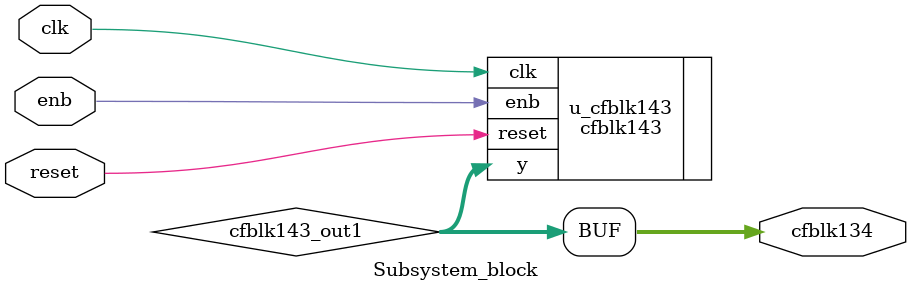
<source format=v>



`timescale 1 ns / 1 ns

module Subsystem_block
          (clk,
           reset,
           enb,
           cfblk134);


  input   clk;
  input   reset;
  input   enb;
  output  [7:0] cfblk134;  // uint8


  wire [7:0] cfblk143_out1;  // uint8


  cfblk143 u_cfblk143 (.clk(clk),
                       .reset(reset),
                       .enb(enb),
                       .y(cfblk143_out1)  // uint8
                       );

  assign cfblk134 = cfblk143_out1;

endmodule  // Subsystem_block


</source>
